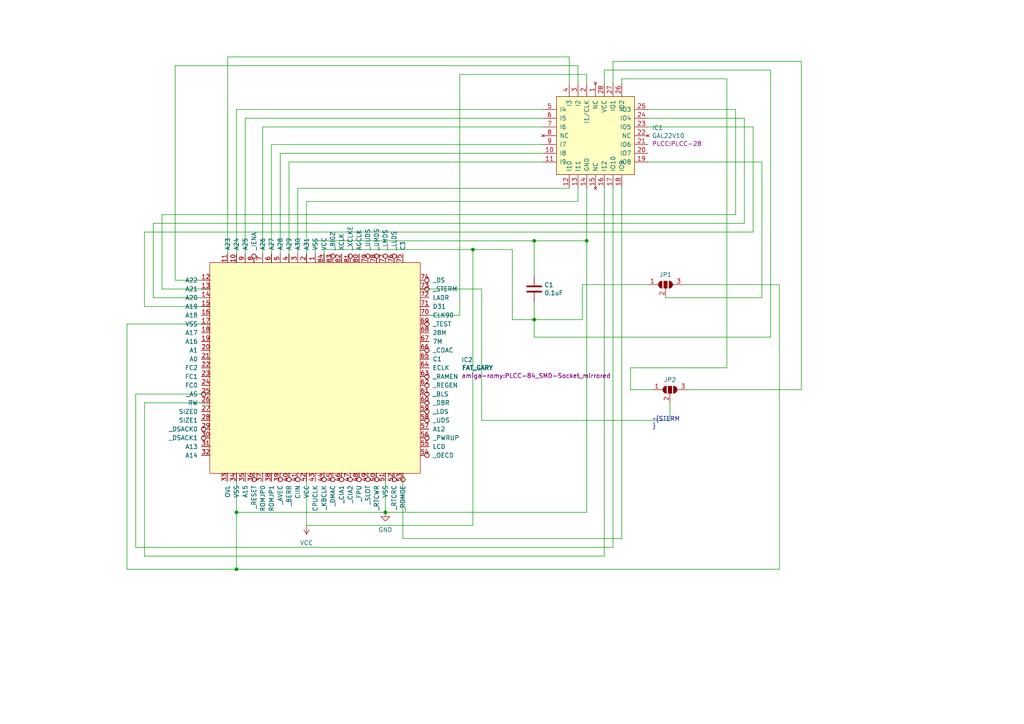
<source format=kicad_sch>
(kicad_sch (version 20210406) (generator eeschema)
  (paper "A4")
  (title_block (title "A4K Romy replacement") (date "2020-08-29") (rev "A") (company "https://amiga.technology/") (comment 4 "Re-implementation of A4k ROMY"))
  (lib_symbols
    (symbol "Device:C" (pin_numbers hide) (pin_names (offset 0.254))
      (property "Reference" "C" (at 0.635 2.54 0))
      (property "Value" "C" (at 0.635 -2.54 0))
      (symbol "C_0_1"
        (polyline (pts (xy -2.032 -0.762) (xy 2.032 -0.762)) (stroke (width 0.508)))
        (polyline (pts (xy -2.032 0.762) (xy 2.032 0.762)) (stroke (width 0.508)))
      )
      (symbol "C_1_1"
        (pin passive line (at 0 3.81 270) (length 2.794) (name "~") (number "1"))
        (pin passive line (at 0 -3.81 90) (length 2.794) (name "~") (number "2"))
      )
    )
    (symbol "Jumper:SolderJumper_3_Open" (pin_names (offset 0) hide)
      (property "Reference" "JP" (at -2.54 -2.54 0))
      (property "Value" "SolderJumper_3_Open" (at 0 2.794 0))
      (symbol "SolderJumper_3_Open_0_1"
        (arc (start -1.016 1.016) (end -1.016 -1.016) (radius (at -1.016 0) (length 1.016) (angles 90.1 -90.1)))
        (arc (start 1.016 -1.016) (end 1.016 1.016) (radius (at 1.016 0) (length 1.016) (angles -89.9 89.9)))
        (arc (start -1.016 1.016) (end -1.016 -1.016) (radius (at -1.016 0) (length 1.016) (angles 90.1 -90.1)) (fill (type outline)))
        (arc (start 1.016 -1.016) (end 1.016 1.016) (radius (at 1.016 0) (length 1.016) (angles -89.9 89.9)) (fill (type outline)))
        (rectangle (start -0.508 1.016) (end 0.508 -1.016) (fill (type outline)))
        (polyline (pts (xy -2.54 0) (xy -2.032 0)))
        (polyline (pts (xy -1.016 1.016) (xy -1.016 -1.016)))
        (polyline (pts (xy 0 -1.27) (xy 0 -1.016)))
        (polyline (pts (xy 1.016 1.016) (xy 1.016 -1.016)))
        (polyline (pts (xy 2.54 0) (xy 2.032 0)))
      )
      (symbol "SolderJumper_3_Open_1_1"
        (pin passive line (at -5.08 0 0) (length 2.54) (name "A") (number "1"))
        (pin input line (at 0 -3.81 90) (length 2.54) (name "C") (number "2"))
        (pin passive line (at 5.08 0 180) (length 2.54) (name "B") (number "3"))
      )
    )
    (symbol "amiga-chips:FAT_GARY" (pin_names (offset 1.016))
      (property "Reference" "U" (at 0 -1.27 0))
      (property "Value" "FAT_GARY" (at 0 1.27 0))
      (symbol "FAT_GARY_0_0"
        (pin power_in line (at 0 30.48 90) (length 2.54) (name "VSS") (number "1"))
        (pin bidirectional line (at -22.86 30.48 90) (length 2.54) (name "A24") (number "10"))
        (pin input line (at -25.4 30.48 90) (length 2.54) (name "A23") (number "11"))
        (pin input line (at -30.48 25.4 180) (length 2.54) (name "A22") (number "12"))
        (pin input line (at -30.48 22.86 180) (length 2.54) (name "A21") (number "13"))
        (pin input line (at -30.48 20.32 180) (length 2.54) (name "A20") (number "14"))
        (pin input line (at -30.48 17.78 180) (length 2.54) (name "A19") (number "15"))
        (pin input line (at -30.48 15.24 180) (length 2.54) (name "A18") (number "16"))
        (pin power_in line (at -30.48 12.7 180) (length 2.54) (name "VSS") (number "17"))
        (pin input line (at -30.48 10.16 180) (length 2.54) (name "A17") (number "18"))
        (pin input line (at -30.48 7.62 180) (length 2.54) (name "A16") (number "19"))
        (pin bidirectional line (at -2.54 30.48 90) (length 2.54) (name "A31") (number "2"))
        (pin input line (at -30.48 5.08 180) (length 2.54) (name "A1") (number "20"))
        (pin input line (at -30.48 2.54 180) (length 2.54) (name "A0") (number "21"))
        (pin input line (at -30.48 0 180) (length 2.54) (name "FC2") (number "22"))
        (pin input line (at -30.48 -2.54 180) (length 2.54) (name "FC1") (number "23"))
        (pin input line (at -30.48 -5.08 180) (length 2.54) (name "FC0") (number "24"))
        (pin input inverted (at -30.48 -7.62 180) (length 2.54) (name "_AS") (number "25"))
        (pin input line (at -30.48 -10.16 180) (length 2.54) (name "RW") (number "26"))
        (pin input line (at -30.48 -12.7 180) (length 2.54) (name "SIZE0") (number "27"))
        (pin input line (at -30.48 -15.24 180) (length 2.54) (name "SIZE1") (number "28"))
        (pin output inverted (at -30.48 -17.78 180) (length 2.54) (name "_DSACK0") (number "29"))
        (pin bidirectional line (at -5.08 30.48 90) (length 2.54) (name "A30") (number "3"))
        (pin output inverted (at -30.48 -20.32 180) (length 2.54) (name "_DSACK1") (number "30"))
        (pin input line (at -30.48 -22.86 180) (length 2.54) (name "A13") (number "31"))
        (pin input line (at -30.48 -25.4 180) (length 2.54) (name "A14") (number "32"))
        (pin input line (at -25.4 -30.48 270) (length 2.54) (name "OVL") (number "33"))
        (pin power_in line (at -22.86 -30.48 270) (length 2.54) (name "VSS") (number "34"))
        (pin input line (at -20.32 -30.48 270) (length 2.54) (name "A15") (number "35"))
        (pin bidirectional inverted (at -17.78 -30.48 270) (length 2.54) (name "_RESET") (number "36"))
        (pin input line (at -15.24 -30.48 270) (length 2.54) (name "ROMJP0") (number "37"))
        (pin input line (at -12.7 -30.48 270) (length 2.54) (name "ROMJP1") (number "38"))
        (pin output inverted (at -10.16 -30.48 270) (length 2.54) (name "_AVEC") (number "39"))
        (pin bidirectional line (at -7.62 30.48 90) (length 2.54) (name "A29") (number "4"))
        (pin output inverted (at -7.62 -30.48 270) (length 2.54) (name "_BERR") (number "40"))
        (pin output inverted (at -5.08 -30.48 270) (length 2.54) (name "CIIN") (number "41"))
        (pin power_in line (at -2.54 -30.48 270) (length 2.54) (name "VCC") (number "42"))
        (pin input line (at 0 -30.48 270) (length 2.54) (name "CPUCLK") (number "43"))
        (pin input inverted (at 2.54 -30.48 270) (length 2.54) (name "_KBCLK") (number "44"))
        (pin output inverted (at 5.08 -30.48 270) (length 2.54) (name "_DMAC") (number "45"))
        (pin output inverted (at 7.62 -30.48 270) (length 2.54) (name "_CIA1") (number "46"))
        (pin output inverted (at 10.16 -30.48 270) (length 2.54) (name "_CIA2") (number "47"))
        (pin output inverted (at 12.7 -30.48 270) (length 2.54) (name "_FPU") (number "48"))
        (pin output inverted (at 15.24 -30.48 270) (length 2.54) (name "_SLOT") (number "49"))
        (pin bidirectional line (at -10.16 30.48 90) (length 2.54) (name "A28") (number "5"))
        (pin output inverted (at 17.78 -30.48 270) (length 2.54) (name "_RTCWR") (number "50"))
        (pin power_in line (at 20.32 -30.48 270) (length 2.54) (name "VSS") (number "51"))
        (pin output inverted (at 22.86 -30.48 270) (length 2.54) (name "_RTCRC") (number "52"))
        (pin output inverted (at 25.4 -30.48 270) (length 2.54) (name "_ROMOE") (number "53"))
        (pin output inverted (at 30.48 -25.4 0) (length 2.54) (name "_OECD") (number "54"))
        (pin output line (at 30.48 -22.86 0) (length 2.54) (name "LCD") (number "55"))
        (pin input inverted (at 30.48 -20.32 0) (length 2.54) (name "_PWRUP") (number "56"))
        (pin input line (at 30.48 -17.78 0) (length 2.54) (name "A12") (number "57"))
        (pin output inverted (at 30.48 -15.24 0) (length 2.54) (name "_UDS") (number "58"))
        (pin output inverted (at 30.48 -12.7 0) (length 2.54) (name "_LDS") (number "59"))
        (pin bidirectional line (at -12.7 30.48 90) (length 2.54) (name "A27") (number "6"))
        (pin input inverted (at 30.48 -10.16 0) (length 2.54) (name "_DBR") (number "60"))
        (pin output inverted (at 30.48 -7.62 0) (length 2.54) (name "_BLS") (number "61"))
        (pin output inverted (at 30.48 -5.08 0) (length 2.54) (name "_REGEN") (number "62"))
        (pin output inverted (at 30.48 -2.54 0) (length 2.54) (name "_RAMEN") (number "63"))
        (pin output line (at 30.48 0 0) (length 2.54) (name "ECLK") (number "64"))
        (pin input line (at 30.48 2.54 0) (length 2.54) (name "C1") (number "65"))
        (pin input inverted (at 30.48 5.08 0) (length 2.54) (name "_CDAC") (number "66"))
        (pin input line (at 30.48 7.62 0) (length 2.54) (name "7M") (number "67"))
        (pin input line (at 30.48 10.16 0) (length 2.54) (name "28M") (number "68"))
        (pin input inverted (at 30.48 12.7 0) (length 2.54) (name "_TEST") (number "69"))
        (pin bidirectional line (at -15.24 30.48 90) (length 2.54) (name "A26") (number "7"))
        (pin input line (at 30.48 15.24 0) (length 2.54) (name "CLK90") (number "70"))
        (pin bidirectional line (at 30.48 17.78 0) (length 2.54) (name "D31") (number "71"))
        (pin output line (at 30.48 20.32 0) (length 2.54) (name "LADR") (number "72"))
        (pin output inverted (at 30.48 22.86 0) (length 2.54) (name "_STERM") (number "73"))
        (pin input inverted (at 30.48 25.4 0) (length 2.54) (name "_DS") (number "74"))
        (pin input line (at 25.4 30.48 90) (length 2.54) (name "C3") (number "75"))
        (pin output inverted (at 22.86 30.48 90) (length 2.54) (name "_LLDS") (number "76"))
        (pin output inverted (at 20.32 30.48 90) (length 2.54) (name "_LMDS") (number "77"))
        (pin output inverted (at 17.78 30.48 90) (length 2.54) (name "_UMDS") (number "78"))
        (pin output inverted (at 15.24 30.48 90) (length 2.54) (name "_UUDS") (number "79"))
        (pin output inverted (at -17.78 30.48 90) (length 2.54) (name "_IENA") (number "8"))
        (pin output line (at 12.7 30.48 90) (length 2.54) (name "AGCLK") (number "80"))
        (pin input inverted (at 10.16 30.48 90) (length 2.54) (name "_XCLKE") (number "81"))
        (pin input line (at 7.62 30.48 90) (length 2.54) (name "XCLK") (number "82"))
        (pin input inverted (at 5.08 30.48 90) (length 2.54) (name "_BIGZ") (number "83"))
        (pin power_in line (at 2.54 30.48 90) (length 2.54) (name "VCC") (number "84"))
        (pin bidirectional line (at -20.32 30.48 90) (length 2.54) (name "A25") (number "9"))
      )
      (symbol "FAT_GARY_0_1"
        (rectangle (start -30.5816 -30.5816) (end 30.4292 30.48) (fill (type background)))
      )
    )
    (symbol "amiga-chips:GAL22V10" (pin_names (offset 1.016))
      (property "Reference" "U" (at -2.54 -2.54 0))
      (property "Value" "GAL22V10" (at -4.572 0 0))
      (symbol "GAL22V10_0_0"
        (pin input line (at -15.24 -5.08 0) (length 3.81) (name "I8") (number "10"))
        (pin tri_state line (at 15.24 -5.08 180) (length 3.81) (name "IO7") (number "20"))
      )
      (symbol "GAL22V10_0_1"
        (rectangle (start -11.3284 11.3792) (end 11.3284 -11.2776) (fill (type background)))
      )
      (symbol "GAL22V10_1_1"
        (pin no_connect line (at 0 15.24 270) (length 3.81) (name "NC") (number "1"))
        (pin input line (at -15.24 -7.62 0) (length 3.81) (name "I9") (number "11"))
        (pin input line (at -7.62 -15.24 90) (length 3.81) (name "I10") (number "12"))
        (pin input line (at -5.08 -15.24 90) (length 3.81) (name "I11") (number "13"))
        (pin power_in line (at -2.54 -15.24 90) (length 3.81) (name "GND") (number "14"))
        (pin no_connect line (at 0 -15.24 90) (length 3.81) (name "NC") (number "15"))
        (pin input line (at 2.54 -15.24 90) (length 3.81) (name "I12") (number "16"))
        (pin tri_state line (at 5.08 -15.24 90) (length 3.81) (name "IO10") (number "17"))
        (pin tri_state line (at 7.62 -15.24 90) (length 3.81) (name "IO9") (number "18"))
        (pin tri_state line (at 15.24 -7.62 180) (length 3.81) (name "IO8") (number "19"))
        (pin input line (at -2.54 15.24 270) (length 3.81) (name "I1/CLK") (number "2"))
        (pin tri_state line (at 15.24 -2.54 180) (length 3.81) (name "IO6") (number "21"))
        (pin no_connect line (at 15.24 0 180) (length 3.81) (name "NC") (number "22"))
        (pin tri_state line (at 15.24 2.54 180) (length 3.81) (name "IO5") (number "23"))
        (pin tri_state line (at 15.24 5.08 180) (length 3.81) (name "IO4") (number "24"))
        (pin tri_state line (at 15.24 7.62 180) (length 3.81) (name "IO3") (number "25"))
        (pin tri_state line (at 7.62 15.24 270) (length 3.81) (name "IO2") (number "26"))
        (pin tri_state line (at 5.08 15.24 270) (length 3.81) (name "IO1") (number "27"))
        (pin power_in line (at 2.54 15.24 270) (length 3.81) (name "VCC") (number "28"))
        (pin input line (at -5.08 15.24 270) (length 3.81) (name "I2") (number "3"))
        (pin input line (at -7.62 15.24 270) (length 3.81) (name "I3") (number "4"))
        (pin input line (at -15.24 7.62 0) (length 3.81) (name "I4") (number "5"))
        (pin input line (at -15.24 5.08 0) (length 3.81) (name "I5") (number "6"))
        (pin input line (at -15.24 2.54 0) (length 3.81) (name "I6") (number "7"))
        (pin no_connect line (at -15.24 0 0) (length 3.81) (name "NC") (number "8"))
        (pin input line (at -15.24 -2.54 0) (length 3.81) (name "I7") (number "9"))
      )
    )
    (symbol "power:GND" (power) (pin_names (offset 0))
      (property "Value" "GND" (at 0 -3.81 0))
      (symbol "GND_0_1"
        (polyline (pts (xy 0 0) (xy 0 -1.27) (xy 1.27 -1.27) (xy 0 -2.54) (xy -1.27 -1.27) (xy 0 -1.27)))
      )
      (symbol "GND_1_1"
        (pin power_in line (at 0 0 270) (length 0) hide (name "GND") (number "1"))
      )
    )
    (symbol "power:VCC" (power) (pin_names (offset 0))
      (property "Value" "VCC" (at 0 3.81 0))
      (symbol "VCC_0_1"
        (polyline (pts (xy -0.762 1.27) (xy 0 2.54)))
        (polyline (pts (xy 0 0) (xy 0 2.54)))
        (polyline (pts (xy 0 2.54) (xy 0.762 1.27)))
      )
      (symbol "VCC_1_1"
        (pin power_in line (at 0 0 90) (length 0) hide (name "VCC") (number "1"))
      )
    )
  )
  (junction (at 68.58 148.59) (diameter 0.9144))
  (junction (at 68.58 165.1) (diameter 0.9144))
  (junction (at 111.76 148.59) (diameter 0.9144))
  (junction (at 137.16 72.39) (diameter 0.9144))
  (junction (at 154.94 69.85) (diameter 0.9144))
  (junction (at 154.94 92.71) (diameter 0.9144))
  (junction (at 170.18 69.85) (diameter 0.9144))
  (wire (pts (xy 36.83 93.98) (xy 60.96 93.98)))
  (wire (pts (xy 36.83 165.1) (xy 36.83 93.98)))
  (wire (pts (xy 39.37 114.3) (xy 60.96 114.3)))
  (wire (pts (xy 39.37 158.75) (xy 39.37 114.3)))
  (wire (pts (xy 41.91 67.31) (xy 41.91 88.9)))
  (wire (pts (xy 41.91 88.9) (xy 60.96 88.9)))
  (wire (pts (xy 41.91 116.84) (xy 60.96 116.84)))
  (wire (pts (xy 41.91 161.29) (xy 41.91 116.84)))
  (wire (pts (xy 44.45 64.77) (xy 44.45 86.36)))
  (wire (pts (xy 44.45 86.36) (xy 60.96 86.36)))
  (wire (pts (xy 46.99 62.23) (xy 46.99 83.82)))
  (wire (pts (xy 46.99 83.82) (xy 60.96 83.82)))
  (wire (pts (xy 50.8 19.05) (xy 50.8 81.28)))
  (wire (pts (xy 50.8 81.28) (xy 60.96 81.28)))
  (wire (pts (xy 66.04 16.51) (xy 66.04 76.2)))
  (wire (pts (xy 68.58 31.75) (xy 68.58 76.2)))
  (wire (pts (xy 68.58 137.16) (xy 68.58 148.59)))
  (wire (pts (xy 68.58 148.59) (xy 68.58 165.1)))
  (wire (pts (xy 68.58 165.1) (xy 36.83 165.1)))
  (wire (pts (xy 71.12 34.29) (xy 71.12 76.2)))
  (wire (pts (xy 76.2 36.83) (xy 76.2 76.2)))
  (wire (pts (xy 78.74 41.91) (xy 78.74 76.2)))
  (wire (pts (xy 81.28 44.45) (xy 81.28 76.2)))
  (wire (pts (xy 83.82 46.99) (xy 83.82 76.2)))
  (wire (pts (xy 86.36 54.61) (xy 86.36 76.2)))
  (wire (pts (xy 88.9 58.42) (xy 88.9 76.2)))
  (wire (pts (xy 88.9 152.4) (xy 88.9 137.16)))
  (wire (pts (xy 91.44 69.85) (xy 154.94 69.85)))
  (wire (pts (xy 91.44 76.2) (xy 91.44 69.85)))
  (wire (pts (xy 93.98 72.39) (xy 137.16 72.39)))
  (wire (pts (xy 93.98 76.2) (xy 93.98 72.39)))
  (wire (pts (xy 111.76 148.59) (xy 68.58 148.59)))
  (wire (pts (xy 111.76 148.59) (xy 111.76 137.16)))
  (wire (pts (xy 116.84 156.21) (xy 116.84 137.16)))
  (wire (pts (xy 121.92 83.82) (xy 139.7 83.82)))
  (wire (pts (xy 133.35 21.59) (xy 133.35 91.44)))
  (wire (pts (xy 133.35 91.44) (xy 121.92 91.44)))
  (wire (pts (xy 137.16 72.39) (xy 137.16 152.4)))
  (wire (pts (xy 137.16 72.39) (xy 148.59 72.39)))
  (wire (pts (xy 137.16 152.4) (xy 88.9 152.4)))
  (wire (pts (xy 139.7 83.82) (xy 139.7 121.92)))
  (wire (pts (xy 139.7 121.92) (xy 194.31 121.92)))
  (wire (pts (xy 148.59 72.39) (xy 148.59 92.71)))
  (wire (pts (xy 148.59 92.71) (xy 154.94 92.71)))
  (wire (pts (xy 154.94 69.85) (xy 154.94 80.01)))
  (wire (pts (xy 154.94 69.85) (xy 170.18 69.85)))
  (wire (pts (xy 154.94 92.71) (xy 154.94 87.63)))
  (wire (pts (xy 154.94 92.71) (xy 168.91 92.71)))
  (wire (pts (xy 154.94 97.79) (xy 154.94 92.71)))
  (wire (pts (xy 157.48 31.75) (xy 68.58 31.75)))
  (wire (pts (xy 157.48 34.29) (xy 71.12 34.29)))
  (wire (pts (xy 157.48 36.83) (xy 76.2 36.83)))
  (wire (pts (xy 157.48 41.91) (xy 78.74 41.91)))
  (wire (pts (xy 157.48 44.45) (xy 81.28 44.45)))
  (wire (pts (xy 157.48 46.99) (xy 83.82 46.99)))
  (wire (pts (xy 165.1 16.51) (xy 66.04 16.51)))
  (wire (pts (xy 165.1 24.13) (xy 165.1 16.51)))
  (wire (pts (xy 165.1 54.61) (xy 86.36 54.61)))
  (wire (pts (xy 167.64 19.05) (xy 50.8 19.05)))
  (wire (pts (xy 167.64 24.13) (xy 167.64 19.05)))
  (wire (pts (xy 167.64 54.61) (xy 167.64 58.42)))
  (wire (pts (xy 167.64 58.42) (xy 88.9 58.42)))
  (wire (pts (xy 168.91 82.55) (xy 187.96 82.55)))
  (wire (pts (xy 168.91 92.71) (xy 168.91 82.55)))
  (wire (pts (xy 170.18 21.59) (xy 133.35 21.59)))
  (wire (pts (xy 170.18 24.13) (xy 170.18 21.59)))
  (wire (pts (xy 170.18 54.61) (xy 170.18 69.85)))
  (wire (pts (xy 170.18 69.85) (xy 170.18 148.59)))
  (wire (pts (xy 170.18 148.59) (xy 111.76 148.59)))
  (wire (pts (xy 175.26 20.32) (xy 223.52 20.32)))
  (wire (pts (xy 175.26 24.13) (xy 175.26 20.32)))
  (wire (pts (xy 175.26 54.61) (xy 175.26 161.29)))
  (wire (pts (xy 175.26 161.29) (xy 41.91 161.29)))
  (wire (pts (xy 177.8 17.78) (xy 232.41 17.78)))
  (wire (pts (xy 177.8 24.13) (xy 177.8 17.78)))
  (wire (pts (xy 177.8 54.61) (xy 177.8 158.75)))
  (wire (pts (xy 177.8 158.75) (xy 39.37 158.75)))
  (wire (pts (xy 180.34 22.86) (xy 210.82 22.86)))
  (wire (pts (xy 180.34 24.13) (xy 180.34 22.86)))
  (wire (pts (xy 180.34 54.61) (xy 180.34 156.21)))
  (wire (pts (xy 180.34 156.21) (xy 116.84 156.21)))
  (wire (pts (xy 182.88 106.68) (xy 182.88 113.03)))
  (wire (pts (xy 182.88 113.03) (xy 189.23 113.03)))
  (wire (pts (xy 187.96 31.75) (xy 213.36 31.75)))
  (wire (pts (xy 187.96 34.29) (xy 215.9 34.29)))
  (wire (pts (xy 187.96 36.83) (xy 218.44 36.83)))
  (wire (pts (xy 193.04 86.36) (xy 220.98 86.36)))
  (wire (pts (xy 194.31 121.92) (xy 194.31 116.84)))
  (wire (pts (xy 198.12 82.55) (xy 226.06 82.55)))
  (wire (pts (xy 210.82 22.86) (xy 210.82 106.68)))
  (wire (pts (xy 210.82 106.68) (xy 182.88 106.68)))
  (wire (pts (xy 213.36 31.75) (xy 213.36 62.23)))
  (wire (pts (xy 213.36 62.23) (xy 46.99 62.23)))
  (wire (pts (xy 215.9 34.29) (xy 215.9 64.77)))
  (wire (pts (xy 215.9 64.77) (xy 44.45 64.77)))
  (wire (pts (xy 218.44 36.83) (xy 218.44 67.31)))
  (wire (pts (xy 218.44 67.31) (xy 41.91 67.31)))
  (wire (pts (xy 220.98 46.99) (xy 187.96 46.99)))
  (wire (pts (xy 220.98 86.36) (xy 220.98 46.99)))
  (wire (pts (xy 223.52 20.32) (xy 223.52 97.79)))
  (wire (pts (xy 223.52 97.79) (xy 154.94 97.79)))
  (wire (pts (xy 226.06 82.55) (xy 226.06 165.1)))
  (wire (pts (xy 226.06 165.1) (xy 68.58 165.1)))
  (wire (pts (xy 232.41 17.78) (xy 232.41 113.03)))
  (wire (pts (xy 232.41 113.03) (xy 199.39 113.03)))
  (text "~STERM\n" (at 189.23 124.46 0) (effects (font (size 1.27 1.27)) (justify left bottom)))
  (symbol (lib_id "power:VCC") (at 88.9 152.4 180) (unit 1)
    (property "Reference" "#PWR?" (effects hide))
    (property "Value" "VCC" (at 88.9 157.48 0))
  )
  (symbol (lib_id "power:GND") (at 111.76 148.59 0) (unit 1)
    (property "Reference" "#PWR?" (effects hide))
    (property "Value" "GND" (at 111.76 153.67 0))
  )
  (symbol (lib_id "Device:C") (at 154.94 83.82 0) (unit 1)
    (property "Reference" "C1" (at 157.861 82.6516 0) (effects (justify left)))
    (property "Value" "0.1uF" (at 157.861 84.963 0) (effects (justify left)))
    (property "Footprint" "Capacitor_SMD:C_0805_2012Metric_Pad1.15x1.40mm_HandSolder" (effects hide))
  )
  (symbol (lib_id "Jumper:SolderJumper_3_Open") (at 193.04 82.55 0) (unit 1)
    (property "Reference" "JP1" (at 193.04 79.6798 0))
    (property "Value" "SolderJumper_3_Open" (effects hide))
    (property "Footprint" "Jumper:SolderJumper-3_P1.3mm_Open_Pad1.0x1.5mm_NumberLabels" (effects hide))
  )
  (symbol (lib_id "Jumper:SolderJumper_3_Open") (at 194.31 113.03 0) (unit 1)
    (property "Reference" "JP2" (at 194.31 110.1598 0))
    (property "Value" "SolderJumper_3_Open" (effects hide))
    (property "Footprint" "Jumper:SolderJumper-3_P1.3mm_Open_Pad1.0x1.5mm_NumberLabels" (effects hide))
  )
  (symbol (lib_id "amiga-chips:GAL22V10") (at 172.72 39.37 0) (unit 1)
    (property "Reference" "IC1" (at 189.0776 37.0586 0) (effects (justify left)))
    (property "Value" "GAL22V10" (at 189.0776 39.37 0) (effects (justify left)))
    (property "Footprint" "PLCC:PLCC-28" (at 189.0776 41.6814 0) (effects (justify left)))
  )
  (symbol (lib_id "amiga-chips:FAT_GARY") (at 91.44 106.68 0) (unit 1)
    (property "Reference" "IC2" (at 133.8326 104.3686 0) (effects (justify left)))
    (property "Value" "FAT_GARY" (at 133.8326 106.68 0) (effects (font bold) (justify left)))
    (property "Footprint" "amiga-romy:PLCC-84_SMD-Socket_mirrored" (at 133.8326 108.9914 0) (effects (justify left)))
  )
)
</source>
